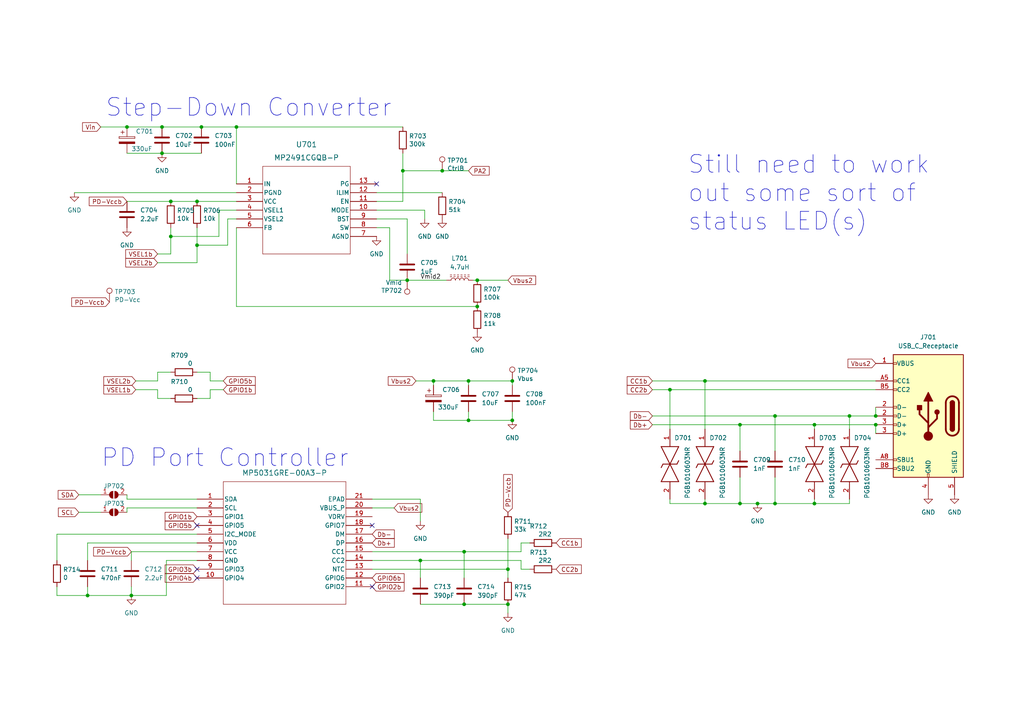
<source format=kicad_sch>
(kicad_sch (version 20211123) (generator eeschema)
  (paper "A4")
  (lib_symbols
    (symbol "Connector:TestPoint" (pin_numbers hide) (pin_names (offset 0.762) hide)
      (property "Reference" "TP" (at 0 6.858 0))
      (property "Value" "TestPoint" (at 0 5.08 0))
      (symbol "TestPoint_0_1"
        (circle (center 0 3.302) (radius 0.762))
      )
      (symbol "TestPoint_1_1"
        (pin passive line (at 0 0 90) (length 2.54) (name "1") (number "1"))
      )
    )
    (symbol "Device:C" (pin_numbers hide) (pin_names (offset 0.254))
      (property "Reference" "C" (at 0.635 2.54 0))
      (property "Value" "C" (at 0.635 -2.54 0))
      (symbol "C_0_1"
        (polyline (pts (xy -2.032 -0.762) (xy 2.032 -0.762)) (stroke (width 0.508)))
        (polyline (pts (xy -2.032 0.762) (xy 2.032 0.762)) (stroke (width 0.508)))
      )
      (symbol "C_1_1"
        (pin passive line (at 0 3.81 270) (length 2.794) (name "~") (number "1"))
        (pin passive line (at 0 -3.81 90) (length 2.794) (name "~") (number "2"))
      )
    )
    (symbol "Device:CP" (pin_numbers hide) (pin_names (offset 0.254))
      (property "Reference" "C" (at 0.635 2.54 0))
      (property "Value" "Device_CP" (at 0.635 -2.54 0))
      (symbol "CP_0_1"
        (rectangle (start -2.286 0.508) (end -2.286 1.016))
        (rectangle (start -2.286 0.508) (end 2.286 0.508))
        (polyline (pts (xy -1.778 2.286) (xy -0.762 2.286)))
        (polyline (pts (xy -1.27 2.794) (xy -1.27 1.778)))
        (rectangle (start 2.286 -0.508) (end -2.286 -1.016) (fill (type outline)))
        (rectangle (start 2.286 1.016) (end -2.286 1.016))
        (rectangle (start 2.286 1.016) (end 2.286 0.508))
      )
      (symbol "CP_1_1"
        (pin passive line (at 0 3.81 270) (length 2.794) (name "~") (number "1"))
        (pin passive line (at 0 -3.81 90) (length 2.794) (name "~") (number "2"))
      )
    )
    (symbol "Device:L_Ferrite" (pin_numbers hide) (pin_names (offset 1.016) hide)
      (property "Reference" "L" (at -1.27 0 90))
      (property "Value" "L_Ferrite" (at 2.794 0 90))
      (symbol "L_Ferrite_0_1"
        (arc (start 0 -2.54) (mid 0.635 -1.905) (end 0 -1.27))
        (arc (start 0 -1.27) (mid 0.635 -0.635) (end 0 0))
        (polyline (pts (xy 1.016 -2.794) (xy 1.016 -2.286)))
        (polyline (pts (xy 1.016 -1.778) (xy 1.016 -1.27)))
        (polyline (pts (xy 1.016 -0.762) (xy 1.016 -0.254)))
        (polyline (pts (xy 1.016 0.254) (xy 1.016 0.762)))
        (polyline (pts (xy 1.016 1.27) (xy 1.016 1.778)))
        (polyline (pts (xy 1.016 2.286) (xy 1.016 2.794)))
        (polyline (pts (xy 1.524 -2.286) (xy 1.524 -2.794)))
        (polyline (pts (xy 1.524 -1.27) (xy 1.524 -1.778)))
        (polyline (pts (xy 1.524 -0.254) (xy 1.524 -0.762)))
        (polyline (pts (xy 1.524 0.762) (xy 1.524 0.254)))
        (polyline (pts (xy 1.524 1.778) (xy 1.524 1.27)))
        (polyline (pts (xy 1.524 2.794) (xy 1.524 2.286)))
        (arc (start 0 0) (mid 0.635 0.635) (end 0 1.27))
        (arc (start 0 1.27) (mid 0.635 1.905) (end 0 2.54))
      )
      (symbol "L_Ferrite_1_1"
        (pin passive line (at 0 3.81 270) (length 1.27) (name "1") (number "1"))
        (pin passive line (at 0 -3.81 90) (length 1.27) (name "2") (number "2"))
      )
    )
    (symbol "Device:R" (pin_numbers hide) (pin_names (offset 0))
      (property "Reference" "R" (at 2.032 0 90))
      (property "Value" "R" (at 0 0 90))
      (symbol "R_0_1"
        (rectangle (start -1.016 -2.54) (end 1.016 2.54) (stroke (width 0.254)))
      )
      (symbol "R_1_1"
        (pin passive line (at 0 3.81 270) (length 1.27) (name "~") (number "1"))
        (pin passive line (at 0 -3.81 90) (length 1.27) (name "~") (number "2"))
      )
    )
    (symbol "Jumper:SolderJumper_2_Open" (pin_names (offset 0) hide)
      (property "Reference" "JP" (at 0 2.032 0))
      (property "Value" "SolderJumper_2_Open" (at 0 -2.54 0))
      (symbol "SolderJumper_2_Open_0_1"
        (arc (start -0.254 1.016) (mid -1.27 0) (end -0.254 -1.016))
        (arc (start -0.254 1.016) (mid -1.27 0) (end -0.254 -1.016) (fill (type outline)))
        (polyline (pts (xy -0.254 1.016) (xy -0.254 -1.016)))
        (polyline (pts (xy 0.254 1.016) (xy 0.254 -1.016)))
        (arc (start 0.254 -1.016) (mid 1.27 0) (end 0.254 1.016))
        (arc (start 0.254 -1.016) (mid 1.27 0) (end 0.254 1.016) (fill (type outline)))
      )
      (symbol "SolderJumper_2_Open_1_1"
        (pin passive line (at -3.81 0 0) (length 2.54) (name "A") (number "1"))
        (pin passive line (at 3.81 0 180) (length 2.54) (name "B") (number "2"))
      )
    )
    (symbol "power:GND" (power) (pin_names (offset 0))
      (property "Value" "GND" (at 0 -3.81 0))
      (symbol "GND_0_1"
        (polyline (pts (xy 0 0) (xy 0 -1.27) (xy 1.27 -1.27) (xy 0 -2.54) (xy -1.27 -1.27) (xy 0 -1.27)))
      )
      (symbol "GND_1_1"
        (pin power_in line (at 0 0 270) (length 0) hide (name "GND") (number "1"))
      )
    )
    (symbol "tinker:MP2491CGQB-P" (pin_names (offset 0.254))
      (property "Reference" "U" (at 20.32 10.16 0))
      (property "Value" "MP2491CGQB-P" (at 20.32 7.62 0))
      (symbol "MP2491CGQB-P_0_1"
        (polyline (pts (xy 7.62 -20.32) (xy 33.02 -20.32)) (stroke (width 0.127)))
        (polyline (pts (xy 7.62 5.08) (xy 7.62 -20.32)) (stroke (width 0.127)))
        (polyline (pts (xy 33.02 -20.32) (xy 33.02 5.08)) (stroke (width 0.127)))
        (polyline (pts (xy 33.02 5.08) (xy 7.62 5.08)) (stroke (width 0.127)))
        (pin power_in line (at 0 0 0) (length 7.62) (name "IN") (number "1"))
        (pin unspecified line (at 40.64 -7.62 180) (length 7.62) (name "MODE") (number "10"))
        (pin unspecified line (at 40.64 -5.08 180) (length 7.62) (name "EN") (number "11"))
        (pin unspecified line (at 40.64 -2.54 180) (length 7.62) (name "ILIM") (number "12"))
        (pin output line (at 40.64 0 180) (length 7.62) (name "PG") (number "13"))
        (pin power_out line (at 0 -2.54 0) (length 7.62) (name "PGND") (number "2"))
        (pin power_in line (at 0 -5.08 0) (length 7.62) (name "VCC") (number "3"))
        (pin unspecified line (at 0 -7.62 0) (length 7.62) (name "VSEL1") (number "4"))
        (pin unspecified line (at 0 -10.16 0) (length 7.62) (name "VSEL2") (number "5"))
        (pin unspecified line (at 0 -12.7 0) (length 7.62) (name "FB") (number "6"))
        (pin power_out line (at 40.64 -15.24 180) (length 7.62) (name "AGND") (number "7"))
        (pin output line (at 40.64 -12.7 180) (length 7.62) (name "SW") (number "8"))
        (pin unspecified line (at 40.64 -10.16 180) (length 7.62) (name "BST") (number "9"))
      )
    )
    (symbol "tinker:MP5031GRE-00A3-P" (pin_names (offset 0.254))
      (property "Reference" "U" (at 25.4 10.16 0))
      (property "Value" "MP5031GRE-00A3-P" (at 25.4 7.62 0))
      (symbol "MP5031GRE-00A3-P_0_1"
        (polyline (pts (xy 7.62 -30.48) (xy 43.18 -30.48)) (stroke (width 0.127)))
        (polyline (pts (xy 7.62 5.08) (xy 7.62 -30.48)) (stroke (width 0.127)))
        (polyline (pts (xy 43.18 -30.48) (xy 43.18 5.08)) (stroke (width 0.127)))
        (polyline (pts (xy 43.18 5.08) (xy 7.62 5.08)) (stroke (width 0.127)))
        (pin bidirectional line (at 0 0 0) (length 7.62) (name "SDA") (number "1"))
        (pin bidirectional line (at 0 -22.86 0) (length 7.62) (name "GPIO4") (number "10"))
        (pin bidirectional line (at 50.8 -25.4 180) (length 7.62) (name "GPIO2") (number "11"))
        (pin bidirectional line (at 50.8 -22.86 180) (length 7.62) (name "GPIO6") (number "12"))
        (pin input line (at 50.8 -20.32 180) (length 7.62) (name "NTC") (number "13"))
        (pin bidirectional line (at 50.8 -17.78 180) (length 7.62) (name "CC2") (number "14"))
        (pin bidirectional line (at 50.8 -15.24 180) (length 7.62) (name "CC1") (number "15"))
        (pin bidirectional line (at 50.8 -12.7 180) (length 7.62) (name "DP") (number "16"))
        (pin bidirectional line (at 50.8 -10.16 180) (length 7.62) (name "DM") (number "17"))
        (pin bidirectional line (at 50.8 -7.62 180) (length 7.62) (name "GPIO7") (number "18"))
        (pin output line (at 50.8 -5.08 180) (length 7.62) (name "VDRV") (number "19"))
        (pin bidirectional line (at 0 -2.54 0) (length 7.62) (name "SCL") (number "2"))
        (pin power_in line (at 50.8 -2.54 180) (length 7.62) (name "VBUS_P") (number "20"))
        (pin power_in line (at 50.8 0 180) (length 7.62) (name "EPAD") (number "21"))
        (pin bidirectional line (at 0 -5.08 0) (length 7.62) (name "GPIO1") (number "3"))
        (pin bidirectional line (at 0 -7.62 0) (length 7.62) (name "GPIO5") (number "4"))
        (pin input line (at 0 -10.16 0) (length 7.62) (name "I2C_MODE") (number "5"))
        (pin power_in line (at 0 -12.7 0) (length 7.62) (name "VDD") (number "6"))
        (pin input line (at 0 -15.24 0) (length 7.62) (name "VCC") (number "7"))
        (pin power_in line (at 0 -17.78 0) (length 7.62) (name "GND") (number "8"))
        (pin bidirectional line (at 0 -20.32 0) (length 7.62) (name "GPIO3") (number "9"))
      )
    )
    (symbol "tinker:PGB1010603NR" (pin_names hide)
      (property "Reference" "D2" (at 2.54 -3.81 90))
      (property "Value" "PGB1010603NR" (at 2.54 3.81 0))
      (symbol "PGB1010603NR_1_1"
        (polyline (pts (xy 5.08 2.54) (xy 5.08 -2.54)) (stroke (width 0.254)))
        (polyline (pts (xy 5.08 2.54) (xy 10.16 0)) (stroke (width 0.254)))
        (polyline (pts (xy 9.144 2.54) (xy 10.16 2.032)) (stroke (width 0.254)))
        (polyline (pts (xy 10.16 -2.032) (xy 10.16 2.032)) (stroke (width 0.254)))
        (polyline (pts (xy 10.16 -2.032) (xy 11.176 -2.54)) (stroke (width 0.254)))
        (polyline (pts (xy 10.16 0) (xy 5.08 -2.54)) (stroke (width 0.254)))
        (polyline (pts (xy 10.16 0) (xy 15.24 -2.54)) (stroke (width 0.254)))
        (polyline (pts (xy 15.24 2.54) (xy 10.16 0)) (stroke (width 0.254)))
        (polyline (pts (xy 15.24 2.54) (xy 15.24 -2.54)) (stroke (width 0.254)))
        (pin passive line (at 0 0 0) (length 5.08) (name "1") (number "1"))
        (pin passive line (at 20.32 0 180) (length 5.08) (name "2") (number "2"))
      )
    )
    (symbol "tinker:USB_C_2.0" (pin_names (offset 1.016))
      (property "Reference" "J" (at -10.16 19.05 0))
      (property "Value" "USB_C_2.0" (at 19.05 19.05 0))
      (symbol "USB_C_2.0_0_0"
        (rectangle (start -0.254 -17.78) (end 0.254 -16.764))
        (rectangle (start 10.16 -14.986) (end 9.144 -15.494))
        (rectangle (start 10.16 -12.446) (end 9.144 -12.954))
        (rectangle (start 10.16 -4.826) (end 9.144 -5.334))
        (rectangle (start 10.16 -2.286) (end 9.144 -2.794))
        (rectangle (start 10.16 0.254) (end 9.144 -0.254))
        (rectangle (start 10.16 2.794) (end 9.144 2.286))
        (rectangle (start 10.16 7.874) (end 9.144 7.366))
        (rectangle (start 10.16 10.414) (end 9.144 9.906))
        (rectangle (start 10.16 15.494) (end 9.144 14.986))
      )
      (symbol "USB_C_2.0_0_1"
        (rectangle (start -10.16 17.78) (end 10.16 -17.78) (stroke (width 0.254)) (fill (type background)))
        (arc (start -8.89 -3.81) (mid -6.985 -5.715) (end -5.08 -3.81) (stroke (width 0.508)))
        (arc (start -7.62 -3.81) (mid -6.985 -4.445) (end -6.35 -3.81) (stroke (width 0.254)))
        (arc (start -7.62 -3.81) (mid -6.985 -4.445) (end -6.35 -3.81) (stroke (width 0.254)) (fill (type outline)))
        (rectangle (start -7.62 -3.81) (end -6.35 3.81) (stroke (width 0.254)) (fill (type outline)))
        (arc (start -6.35 3.81) (mid -6.985 4.445) (end -7.62 3.81) (stroke (width 0.254)))
        (arc (start -6.35 3.81) (mid -6.985 4.445) (end -7.62 3.81) (stroke (width 0.254)) (fill (type outline)))
        (arc (start -5.08 3.81) (mid -6.985 5.715) (end -8.89 3.81) (stroke (width 0.508)))
        (circle (center -2.54 1.143) (radius 0.635) (stroke (width 0.254)) (fill (type outline)))
        (circle (center 0 -5.842) (radius 1.27) (fill (type outline)))
        (polyline (pts (xy -8.89 -3.81) (xy -8.89 3.81)) (stroke (width 0.508)))
        (polyline (pts (xy -5.08 3.81) (xy -5.08 -3.81)) (stroke (width 0.508)))
        (polyline (pts (xy 0 -5.842) (xy 0 4.318)) (stroke (width 0.508)))
        (polyline (pts (xy 0 -3.302) (xy -2.54 -0.762) (xy -2.54 0.508)) (stroke (width 0.508)))
        (polyline (pts (xy 0 -2.032) (xy 2.54 0.508) (xy 2.54 1.778)) (stroke (width 0.508)))
        (polyline (pts (xy -1.27 4.318) (xy 0 6.858) (xy 1.27 4.318) (xy -1.27 4.318)) (stroke (width 0.254)) (fill (type outline)))
        (rectangle (start 1.905 1.778) (end 3.175 3.048) (stroke (width 0.254)) (fill (type outline)))
      )
      (symbol "USB_C_2.0_1_1"
        (pin passive line (at 15.24 15.24 180) (length 5.08) (name "VBUS") (number "1"))
        (pin bidirectional line (at 15.24 0 180) (length 5.08) (name "D-") (number "2"))
        (pin bidirectional line (at 15.24 2.54 180) (length 5.08) (name "D-") (number "2"))
        (pin bidirectional line (at 15.24 -5.08 180) (length 5.08) (name "D+") (number "3"))
        (pin bidirectional line (at 15.24 -2.54 180) (length 5.08) (name "D+") (number "3"))
        (pin passive line (at 0 -22.86 90) (length 5.08) (name "GND") (number "4"))
        (pin passive line (at -7.62 -22.86 90) (length 5.08) (name "SHIELD") (number "5"))
        (pin bidirectional line (at 15.24 10.16 180) (length 5.08) (name "CC1") (number "A5"))
        (pin bidirectional line (at 15.24 -12.7 180) (length 5.08) (name "SBU1") (number "A8"))
        (pin bidirectional line (at 15.24 7.62 180) (length 5.08) (name "CC2") (number "B5"))
        (pin bidirectional line (at 15.24 -15.24 180) (length 5.08) (name "SBU2") (number "B8"))
      )
    )
  )
  (junction (at 46.99 36.83))
  (junction (at 224.79 120.65))
  (junction (at 116.84 49.53))
  (junction (at 128.27 49.53))
  (junction (at 147.32 175.26))
  (junction (at 219.71 146.05))
  (junction (at 36.83 36.83))
  (junction (at 46.99 44.45))
  (junction (at 49.53 58.42))
  (junction (at 236.22 123.19))
  (junction (at 38.1 172.72))
  (junction (at 135.89 121.92))
  (junction (at 254 120.65))
  (junction (at 118.11 81.28))
  (junction (at 58.42 36.83))
  (junction (at 134.62 175.26))
  (junction (at 138.43 81.28))
  (junction (at 214.63 123.19))
  (junction (at 236.22 146.05))
  (junction (at 148.59 121.92))
  (junction (at 138.43 88.9))
  (junction (at 147.32 165.1))
  (junction (at 25.4 172.72))
  (junction (at 204.47 146.05))
  (junction (at 125.73 110.49))
  (junction (at 135.89 110.49))
  (junction (at 57.15 58.42))
  (junction (at 134.62 160.02))
  (junction (at 57.15 71.12))
  (junction (at 214.63 146.05))
  (junction (at 49.53 68.58))
  (junction (at 246.38 120.65))
  (junction (at 68.58 36.83))
  (junction (at 121.92 162.56))
  (junction (at 148.59 110.49))
  (junction (at 224.79 146.05))
  (junction (at 254 123.19))
  (junction (at 194.31 113.03))
  (junction (at 204.47 110.49))
  (no_connect (at 57.15 165.1))
  (no_connect (at 57.15 167.64))
  (no_connect (at 107.95 170.18))
  (no_connect (at 107.95 152.4))
  (no_connect (at 57.15 152.4))
  (no_connect (at 109.22 53.34))
  (wire (pts (xy 45.72 115.57) (xy 49.53 115.57)))
  (wire (pts (xy 60.96 107.95) (xy 57.15 107.95)))
  (wire (pts (xy 57.15 160.02) (xy 38.1 160.02)))
  (wire (pts (xy 63.5 60.96) (xy 63.5 68.58)))
  (wire (pts (xy 151.13 160.02) (xy 134.62 160.02)))
  (wire (pts (xy 116.84 58.42) (xy 116.84 49.53)))
  (wire (pts (xy 189.23 113.03) (xy 194.31 113.03)))
  (wire (pts (xy 68.58 66.04) (xy 68.58 88.9)))
  (wire (pts (xy 236.22 123.19) (xy 236.22 124.46)))
  (wire (pts (xy 68.58 36.83) (xy 68.58 53.34)))
  (wire (pts (xy 36.83 144.78) (xy 36.83 143.51)))
  (wire (pts (xy 107.95 165.1) (xy 147.32 165.1)))
  (wire (pts (xy 121.92 144.78) (xy 121.92 151.13)))
  (wire (pts (xy 236.22 123.19) (xy 254 123.19)))
  (wire (pts (xy 189.23 120.65) (xy 224.79 120.65)))
  (wire (pts (xy 113.03 81.28) (xy 118.11 81.28)))
  (wire (pts (xy 57.15 144.78) (xy 36.83 144.78)))
  (wire (pts (xy 60.96 113.03) (xy 60.96 115.57)))
  (wire (pts (xy 151.13 165.1) (xy 151.13 162.56)))
  (wire (pts (xy 153.67 157.48) (xy 151.13 157.48)))
  (wire (pts (xy 21.59 55.88) (xy 68.58 55.88)))
  (wire (pts (xy 125.73 119.38) (xy 125.73 121.92)))
  (wire (pts (xy 16.51 172.72) (xy 25.4 172.72)))
  (wire (pts (xy 147.32 177.8) (xy 147.32 175.26)))
  (wire (pts (xy 214.63 138.43) (xy 214.63 146.05)))
  (wire (pts (xy 36.83 58.42) (xy 49.53 58.42)))
  (wire (pts (xy 49.53 68.58) (xy 63.5 68.58)))
  (wire (pts (xy 38.1 160.02) (xy 38.1 162.56)))
  (wire (pts (xy 148.59 110.49) (xy 135.89 110.49)))
  (wire (pts (xy 121.92 167.64) (xy 121.92 162.56)))
  (wire (pts (xy 109.22 58.42) (xy 116.84 58.42)))
  (wire (pts (xy 128.27 49.53) (xy 135.89 49.53)))
  (wire (pts (xy 189.23 110.49) (xy 204.47 110.49)))
  (wire (pts (xy 60.96 115.57) (xy 57.15 115.57)))
  (wire (pts (xy 116.84 49.53) (xy 128.27 49.53)))
  (wire (pts (xy 45.72 113.03) (xy 45.72 115.57)))
  (wire (pts (xy 151.13 157.48) (xy 151.13 160.02)))
  (wire (pts (xy 224.79 120.65) (xy 246.38 120.65)))
  (wire (pts (xy 57.15 154.94) (xy 16.51 154.94)))
  (wire (pts (xy 25.4 172.72) (xy 25.4 170.18)))
  (wire (pts (xy 57.15 157.48) (xy 25.4 157.48)))
  (wire (pts (xy 204.47 110.49) (xy 254 110.49)))
  (wire (pts (xy 246.38 120.65) (xy 246.38 124.46)))
  (wire (pts (xy 204.47 146.05) (xy 214.63 146.05)))
  (wire (pts (xy 116.84 49.53) (xy 116.84 44.45)))
  (wire (pts (xy 16.51 154.94) (xy 16.51 162.56)))
  (wire (pts (xy 16.51 170.18) (xy 16.51 172.72)))
  (wire (pts (xy 236.22 146.05) (xy 224.79 146.05)))
  (wire (pts (xy 134.62 160.02) (xy 134.62 167.64)))
  (wire (pts (xy 135.89 111.76) (xy 135.89 110.49)))
  (wire (pts (xy 64.77 113.03) (xy 60.96 113.03)))
  (wire (pts (xy 214.63 123.19) (xy 236.22 123.19)))
  (wire (pts (xy 107.95 144.78) (xy 121.92 144.78)))
  (wire (pts (xy 45.72 76.2) (xy 57.15 76.2)))
  (wire (pts (xy 153.67 165.1) (xy 151.13 165.1)))
  (wire (pts (xy 151.13 162.56) (xy 121.92 162.56)))
  (wire (pts (xy 113.03 66.04) (xy 113.03 81.28)))
  (wire (pts (xy 48.26 162.56) (xy 48.26 172.72)))
  (wire (pts (xy 57.15 147.32) (xy 36.83 147.32)))
  (wire (pts (xy 66.04 63.5) (xy 66.04 71.12)))
  (wire (pts (xy 204.47 144.78) (xy 204.47 146.05)))
  (wire (pts (xy 125.73 121.92) (xy 135.89 121.92)))
  (wire (pts (xy 57.15 58.42) (xy 68.58 58.42)))
  (wire (pts (xy 29.21 36.83) (xy 36.83 36.83)))
  (wire (pts (xy 36.83 36.83) (xy 46.99 36.83)))
  (wire (pts (xy 57.15 71.12) (xy 57.15 76.2)))
  (wire (pts (xy 118.11 81.28) (xy 129.54 81.28)))
  (wire (pts (xy 39.37 110.49) (xy 45.72 110.49)))
  (wire (pts (xy 148.59 119.38) (xy 148.59 121.92)))
  (wire (pts (xy 109.22 55.88) (xy 128.27 55.88)))
  (wire (pts (xy 137.16 81.28) (xy 138.43 81.28)))
  (wire (pts (xy 22.86 148.59) (xy 29.21 148.59)))
  (wire (pts (xy 49.53 58.42) (xy 57.15 58.42)))
  (wire (pts (xy 39.37 113.03) (xy 45.72 113.03)))
  (wire (pts (xy 246.38 144.78) (xy 246.38 146.05)))
  (wire (pts (xy 138.43 81.28) (xy 147.32 81.28)))
  (wire (pts (xy 60.96 110.49) (xy 60.96 107.95)))
  (wire (pts (xy 214.63 123.19) (xy 214.63 130.81)))
  (wire (pts (xy 107.95 147.32) (xy 114.3 147.32)))
  (wire (pts (xy 254 118.11) (xy 254 120.65)))
  (wire (pts (xy 224.79 120.65) (xy 224.79 130.81)))
  (wire (pts (xy 49.53 68.58) (xy 49.53 66.04)))
  (wire (pts (xy 57.15 71.12) (xy 57.15 66.04)))
  (wire (pts (xy 125.73 110.49) (xy 120.65 110.49)))
  (wire (pts (xy 224.79 146.05) (xy 219.71 146.05)))
  (wire (pts (xy 148.59 111.76) (xy 148.59 110.49)))
  (wire (pts (xy 45.72 110.49) (xy 45.72 107.95)))
  (wire (pts (xy 123.19 60.96) (xy 123.19 63.5)))
  (wire (pts (xy 189.23 123.19) (xy 214.63 123.19)))
  (wire (pts (xy 194.31 113.03) (xy 254 113.03)))
  (wire (pts (xy 36.83 44.45) (xy 46.99 44.45)))
  (wire (pts (xy 214.63 146.05) (xy 219.71 146.05)))
  (wire (pts (xy 116.84 36.83) (xy 68.58 36.83)))
  (wire (pts (xy 254 123.19) (xy 254 125.73)))
  (wire (pts (xy 48.26 172.72) (xy 38.1 172.72)))
  (wire (pts (xy 64.77 110.49) (xy 60.96 110.49)))
  (wire (pts (xy 38.1 172.72) (xy 25.4 172.72)))
  (wire (pts (xy 58.42 36.83) (xy 68.58 36.83)))
  (wire (pts (xy 57.15 162.56) (xy 48.26 162.56)))
  (wire (pts (xy 135.89 110.49) (xy 125.73 110.49)))
  (wire (pts (xy 125.73 111.76) (xy 125.73 110.49)))
  (wire (pts (xy 147.32 156.21) (xy 147.32 165.1)))
  (wire (pts (xy 68.58 63.5) (xy 66.04 63.5)))
  (wire (pts (xy 194.31 113.03) (xy 194.31 124.46)))
  (wire (pts (xy 147.32 167.64) (xy 147.32 165.1)))
  (wire (pts (xy 46.99 44.45) (xy 58.42 44.45)))
  (wire (pts (xy 22.86 143.51) (xy 29.21 143.51)))
  (wire (pts (xy 66.04 71.12) (xy 57.15 71.12)))
  (wire (pts (xy 236.22 144.78) (xy 236.22 146.05)))
  (wire (pts (xy 109.22 66.04) (xy 113.03 66.04)))
  (wire (pts (xy 25.4 157.48) (xy 25.4 162.56)))
  (wire (pts (xy 224.79 138.43) (xy 224.79 146.05)))
  (wire (pts (xy 118.11 73.66) (xy 118.11 63.5)))
  (wire (pts (xy 49.53 68.58) (xy 49.53 73.66)))
  (wire (pts (xy 68.58 88.9) (xy 138.43 88.9)))
  (wire (pts (xy 135.89 121.92) (xy 148.59 121.92)))
  (wire (pts (xy 107.95 160.02) (xy 134.62 160.02)))
  (wire (pts (xy 118.11 63.5) (xy 109.22 63.5)))
  (wire (pts (xy 204.47 110.49) (xy 204.47 124.46)))
  (wire (pts (xy 246.38 146.05) (xy 236.22 146.05)))
  (wire (pts (xy 246.38 120.65) (xy 254 120.65)))
  (wire (pts (xy 36.83 147.32) (xy 36.83 148.59)))
  (wire (pts (xy 38.1 170.18) (xy 38.1 172.72)))
  (wire (pts (xy 68.58 60.96) (xy 63.5 60.96)))
  (wire (pts (xy 135.89 119.38) (xy 135.89 121.92)))
  (wire (pts (xy 45.72 73.66) (xy 49.53 73.66)))
  (wire (pts (xy 121.92 175.26) (xy 134.62 175.26)))
  (wire (pts (xy 194.31 146.05) (xy 204.47 146.05)))
  (wire (pts (xy 194.31 144.78) (xy 194.31 146.05)))
  (wire (pts (xy 45.72 107.95) (xy 49.53 107.95)))
  (wire (pts (xy 107.95 162.56) (xy 121.92 162.56)))
  (wire (pts (xy 109.22 60.96) (xy 123.19 60.96)))
  (wire (pts (xy 46.99 36.83) (xy 58.42 36.83)))
  (wire (pts (xy 134.62 175.26) (xy 147.32 175.26)))
  (text "PD Port Controller" (at 29.21 135.89 0) (effects (font (size 5.12 5.12)) (justify left bottom)))
  (text "Still need to work\nout some sort of\nstatus LED(s)" (at 199.39 67.31 0) (effects (font (size 5.12 5.12)) (justify left bottom)))
  (text "Step-Down Converter" (at 30.48 34.29 0) (effects (font (size 5.12 5.12)) (justify left bottom)))
  (label "Vmid2" (at 121.92 81.28 0))
  (global_label "Db+" (shape input) (at 107.95 157.48 0) (property "Intersheet References" "${INTERSHEET_REFS}" (effects hide)))
  (global_label "PD-Vccb" (shape input) (at 36.83 58.42 180) (property "Intersheet References" "${INTERSHEET_REFS}" (effects hide)))
  (global_label "VSEL1b" (shape input) (at 39.37 113.03 180) (property "Intersheet References" "${INTERSHEET_REFS}" (effects hide)))
  (global_label "GPIO1b" (shape input) (at 64.77 113.03 0) (property "Intersheet References" "${INTERSHEET_REFS}" (effects hide)))
  (global_label "Vbus2" (shape input) (at 114.3 147.32 0) (property "Intersheet References" "${INTERSHEET_REFS}" (effects hide)))
  (global_label "GPIO5b" (shape input) (at 57.15 152.4 180) (property "Intersheet References" "${INTERSHEET_REFS}" (effects hide)))
  (global_label "CC2b" (shape input) (at 189.23 113.03 180) (property "Intersheet References" "${INTERSHEET_REFS}" (effects hide)))
  (global_label "PD-Vccb" (shape input) (at 38.1 160.02 180) (property "Intersheet References" "${INTERSHEET_REFS}" (effects hide)))
  (global_label "Db-" (shape input) (at 189.23 120.65 180) (property "Intersheet References" "${INTERSHEET_REFS}" (effects hide)))
  (global_label "PA2" (shape input) (at 135.89 49.53 0) (property "Intersheet References" "${INTERSHEET_REFS}" (effects hide)))
  (global_label "Vin" (shape input) (at 29.21 36.83 180) (property "Intersheet References" "${INTERSHEET_REFS}" (effects hide)))
  (global_label "Db-" (shape input) (at 107.95 154.94 0) (property "Intersheet References" "${INTERSHEET_REFS}" (effects hide)))
  (global_label "GPIO5b" (shape input) (at 64.77 110.49 0) (property "Intersheet References" "${INTERSHEET_REFS}" (effects hide)))
  (global_label "Db+" (shape input) (at 189.23 123.19 180) (property "Intersheet References" "${INTERSHEET_REFS}" (effects hide)))
  (global_label "GPIO6b" (shape input) (at 107.95 167.64 0) (property "Intersheet References" "${INTERSHEET_REFS}" (effects hide)))
  (global_label "Vbus2" (shape input) (at 147.32 81.28 0) (property "Intersheet References" "${INTERSHEET_REFS}" (effects hide)))
  (global_label "CC1b" (shape input) (at 189.23 110.49 180) (property "Intersheet References" "${INTERSHEET_REFS}" (effects hide)))
  (global_label "GPIO3b" (shape input) (at 57.15 165.1 180) (property "Intersheet References" "${INTERSHEET_REFS}" (effects hide)))
  (global_label "GPIO1b" (shape input) (at 57.15 149.86 180) (property "Intersheet References" "${INTERSHEET_REFS}" (effects hide)))
  (global_label "PD-Vccb" (shape input) (at 31.75 87.63 180) (property "Intersheet References" "${INTERSHEET_REFS}" (effects hide)))
  (global_label "CC2b" (shape input) (at 161.29 165.1 0) (property "Intersheet References" "${INTERSHEET_REFS}" (effects hide)))
  (global_label "GPIO2b" (shape input) (at 107.95 170.18 0) (property "Intersheet References" "${INTERSHEET_REFS}" (effects hide)))
  (global_label "Vbus2" (shape input) (at 120.65 110.49 180) (property "Intersheet References" "${INTERSHEET_REFS}" (effects hide)))
  (global_label "GPIO4b" (shape input) (at 57.15 167.64 180) (property "Intersheet References" "${INTERSHEET_REFS}" (effects hide)))
  (global_label "VSEL1b" (shape input) (at 45.72 73.66 180) (property "Intersheet References" "${INTERSHEET_REFS}" (effects hide)))
  (global_label "CC1b" (shape input) (at 161.29 157.48 0) (property "Intersheet References" "${INTERSHEET_REFS}" (effects hide)))
  (global_label "SDA" (shape input) (at 22.86 143.51 180) (property "Intersheet References" "${INTERSHEET_REFS}" (effects hide)))
  (global_label "VSEL2b" (shape input) (at 45.72 76.2 180) (property "Intersheet References" "${INTERSHEET_REFS}" (effects hide)))
  (global_label "VSEL2b" (shape input) (at 39.37 110.49 180) (property "Intersheet References" "${INTERSHEET_REFS}" (effects hide)))
  (global_label "Vbus2" (shape input) (at 254 105.41 180) (property "Intersheet References" "${INTERSHEET_REFS}" (effects hide)))
  (global_label "PD-Vccb" (shape input) (at 147.32 148.59 90) (property "Intersheet References" "${INTERSHEET_REFS}" (effects hide)))
  (global_label "SCL" (shape input) (at 22.86 148.59 180) (property "Intersheet References" "${INTERSHEET_REFS}" (effects hide)))
  (symbol (lib_id "Device:R") (at 53.34 115.57 90) (unit 1)
    (property "Reference" "R710" (at 54.61 110.7186 90) (effects (justify left)))
    (property "Value" "0" (at 55.88 113.03 90) (effects (justify left)))
    (property "Footprint" "Resistor_SMD:R_0603_1608Metric" (effects hide))
  )
  (symbol (lib_id "Device:C") (at 135.89 115.57 0) (unit 1)
    (property "Reference" "C707" (at 139.7 114.2999 0) (effects (justify left)))
    (property "Value" "10uF" (at 139.7 116.8399 0) (effects (justify left)))
    (property "Footprint" "Capacitor_SMD:C_1206_3216Metric" (effects hide))
  )
  (symbol (lib_id "Device:R") (at 138.43 85.09 0) (unit 1)
    (property "Reference" "R707" (at 140.208 83.9216 0) (effects (justify left)))
    (property "Value" "100k" (at 140.208 86.233 0) (effects (justify left)))
    (property "Footprint" "Resistor_SMD:R_0603_1608Metric" (effects hide))
  )
  (symbol (lib_id "Jumper:SolderJumper_2_Open") (at 33.02 148.59 0) (unit 1)
    (property "Reference" "JP703" (at 33.02 146.05 0))
    (property "Value" "SolderJumper_2_Open" (effects hide))
    (property "Footprint" "Jumper:SolderJumper-2_P1.3mm_Open_RoundedPad1.0x1.5mm" (effects hide))
  )
  (symbol (lib_id "Device:C") (at 38.1 166.37 0) (unit 1)
    (property "Reference" "C712" (at 41.91 165.0999 0) (effects (justify left)))
    (property "Value" "2.2uF" (at 41.91 167.6399 0) (effects (justify left)))
    (property "Footprint" "Capacitor_SMD:C_0603_1608Metric" (effects hide))
  )
  (symbol (lib_id "Device:R") (at 57.15 62.23 0) (unit 1)
    (property "Reference" "R706" (at 58.928 61.0616 0) (effects (justify left)))
    (property "Value" "10k" (at 58.928 63.373 0) (effects (justify left)))
    (property "Footprint" "Resistor_SMD:R_0603_1608Metric" (effects hide))
  )
  (symbol (lib_id "tinker:PGB1010603NR") (at 204.47 124.46 270) (unit 1)
    (property "Reference" "D702" (at 205.74 127 90) (effects (justify left)))
    (property "Value" "PGB1010603NR" (at 209.55 129.54 0) (effects (justify left)))
    (property "Footprint" "tinker:PGB1010603NRHF" (effects hide))
    (property "Reference_1" "D" (effects hide))
    (property "Value_1" "PGB1010603NR" (effects hide))
    (property "Footprint_1" "PGB1010603NRHF" (effects hide))
    (property "Datasheet_1" "https://www.littelfuse.com/data/en/data_sheets/littelfuse_pulseguard-esd_pgb1.pdf" (effects hide))
    (property "Height" "0.36" (effects hide))
    (property "Manufacturer_Name" "LITTELFUSE" (effects hide))
    (property "Manufacturer_Part_Number" "PGB1010603NR" (effects hide))
    (property "Mouser Part Number" "576-PGB1010603NR" (effects hide))
    (property "Mouser Price/Stock" "https://www.mouser.co.uk/ProductDetail/Littelfuse/PGB1010603NR?qs=gu7KAQ731UTJOoBJUwB8FA%3D%3D" (effects hide))
    (property "Arrow Part Number" "PGB1010603NR" (effects hide))
    (property "Arrow Price/Stock" "https://www.arrow.com/en/products/pgb1010603nr/littelfuse?region=nac" (effects hide))
  )
  (symbol (lib_id "power:GND") (at 276.86 143.51 0) (unit 1)
    (property "Reference" "#PWR0710" (effects hide))
    (property "Value" "GND" (at 276.86 148.59 0))
  )
  (symbol (lib_id "Device:L_Ferrite") (at 133.35 81.28 90) (unit 1)
    (property "Reference" "L701" (at 133.35 74.93 90))
    (property "Value" "4.7uH" (at 133.35 77.47 90))
    (property "Footprint" "tinker:IND-SMD_L7.1-W6.6" (effects hide))
    (property "LCSC" "C2983090" (effects hide))
  )
  (symbol (lib_id "Device:C") (at 224.79 134.62 0) (unit 1)
    (property "Reference" "C710" (at 228.6 133.3499 0) (effects (justify left)))
    (property "Value" "1nF" (at 228.6 135.8899 0) (effects (justify left)))
    (property "Footprint" "Capacitor_SMD:C_0603_1608Metric" (effects hide))
  )
  (symbol (lib_id "Device:C") (at 36.83 62.23 0) (unit 1)
    (property "Reference" "C704" (at 40.64 60.9599 0) (effects (justify left)))
    (property "Value" "2.2uF" (at 40.64 63.4999 0) (effects (justify left)))
    (property "Footprint" "Capacitor_SMD:C_0603_1608Metric" (effects hide))
  )
  (symbol (lib_id "Device:R") (at 157.48 157.48 90) (unit 1)
    (property "Reference" "R712" (at 158.75 152.6286 90) (effects (justify left)))
    (property "Value" "2R2" (at 160.02 154.94 90) (effects (justify left)))
    (property "Footprint" "Resistor_SMD:R_0603_1608Metric" (effects hide))
  )
  (symbol (lib_id "Device:C") (at 25.4 166.37 0) (unit 1)
    (property "Reference" "C711" (at 29.21 165.0999 0) (effects (justify left)))
    (property "Value" "470nF" (at 29.21 167.6399 0) (effects (justify left)))
    (property "Footprint" "Capacitor_SMD:C_0603_1608Metric" (effects hide))
  )
  (symbol (lib_id "power:GND") (at 109.22 68.58 0) (unit 1)
    (property "Reference" "#PWR0706" (effects hide))
    (property "Value" "GND" (at 109.22 73.66 0))
  )
  (symbol (lib_id "Device:C") (at 121.92 171.45 0) (unit 1)
    (property "Reference" "C713" (at 125.73 170.1799 0) (effects (justify left)))
    (property "Value" "390pF" (at 125.73 172.7199 0) (effects (justify left)))
    (property "Footprint" "Capacitor_SMD:C_0603_1608Metric" (effects hide))
  )
  (symbol (lib_id "Device:R") (at 128.27 59.69 0) (unit 1)
    (property "Reference" "R704" (at 130.048 58.5216 0) (effects (justify left)))
    (property "Value" "51k" (at 130.048 60.833 0) (effects (justify left)))
    (property "Footprint" "Resistor_SMD:R_0603_1608Metric" (effects hide))
  )
  (symbol (lib_id "Jumper:SolderJumper_2_Open") (at 33.02 143.51 0) (unit 1)
    (property "Reference" "JP702" (at 33.02 140.97 0))
    (property "Value" "SolderJumper_2_Open" (effects hide))
    (property "Footprint" "Jumper:SolderJumper-2_P1.3mm_Open_RoundedPad1.0x1.5mm" (effects hide))
  )
  (symbol (lib_id "power:GND") (at 148.59 121.92 0) (unit 1)
    (property "Reference" "#PWR0708" (effects hide))
    (property "Value" "GND" (at 148.59 127 0))
  )
  (symbol (lib_id "tinker:MP5031GRE-00A3-P") (at 57.15 144.78 0) (unit 1)
    (property "Reference" "U702" (at 369.57 -21.59 0) (effects (font (size 1.524 1.524))))
    (property "Value" "MP5031GRE-00A3-P" (at 82.55 137.16 0) (effects (font (size 1.524 1.524))))
    (property "Footprint" "tinker:QFN-20_MP5031_MNP" (effects hide))
    (property "Datasheet" "MP5031GRE-00A3-P" (effects hide))
  )
  (symbol (lib_id "Device:R") (at 138.43 92.71 0) (unit 1)
    (property "Reference" "R708" (at 140.208 91.5416 0) (effects (justify left)))
    (property "Value" "11k" (at 140.208 93.853 0) (effects (justify left)))
    (property "Footprint" "Resistor_SMD:R_0603_1608Metric" (effects hide))
  )
  (symbol (lib_id "power:GND") (at 46.99 44.45 0) (unit 1)
    (property "Reference" "#PWR0701" (effects hide))
    (property "Value" "GND" (at 46.99 49.53 0))
  )
  (symbol (lib_id "power:GND") (at 121.92 151.13 0) (unit 1)
    (property "Reference" "#PWR0712" (effects hide))
    (property "Value" "GND" (at 121.92 156.21 0))
  )
  (symbol (lib_id "Device:C") (at 148.59 115.57 0) (unit 1)
    (property "Reference" "C708" (at 152.4 114.2999 0) (effects (justify left)))
    (property "Value" "100nF" (at 152.4 116.8399 0) (effects (justify left)))
    (property "Footprint" "Capacitor_SMD:C_0603_1608Metric" (effects hide))
  )
  (symbol (lib_id "power:GND") (at 219.71 146.05 0) (unit 1)
    (property "Reference" "#PWR0711" (effects hide))
    (property "Value" "GND" (at 219.71 151.13 0))
  )
  (symbol (lib_id "Device:R") (at 16.51 166.37 0) (unit 1)
    (property "Reference" "R714" (at 18.288 165.2016 0) (effects (justify left)))
    (property "Value" "0" (at 18.288 167.513 0) (effects (justify left)))
    (property "Footprint" "Resistor_SMD:R_0603_1608Metric" (effects hide))
  )
  (symbol (lib_id "power:GND") (at 38.1 172.72 0) (unit 1)
    (property "Reference" "#PWR0713" (effects hide))
    (property "Value" "GND" (at 38.1 177.8 0))
  )
  (symbol (lib_id "tinker:PGB1010603NR") (at 246.38 124.46 270) (unit 1)
    (property "Reference" "D704" (at 247.65 127 90) (effects (justify left)))
    (property "Value" "PGB1010603NR" (at 251.46 129.54 0) (effects (justify left)))
    (property "Footprint" "tinker:PGB1010603NRHF" (effects hide))
    (property "Reference_1" "D" (effects hide))
    (property "Value_1" "PGB1010603NR" (effects hide))
    (property "Footprint_1" "PGB1010603NRHF" (effects hide))
    (property "Datasheet_1" "https://www.littelfuse.com/data/en/data_sheets/littelfuse_pulseguard-esd_pgb1.pdf" (effects hide))
    (property "Height" "0.36" (effects hide))
    (property "Manufacturer_Name" "LITTELFUSE" (effects hide))
    (property "Manufacturer_Part_Number" "PGB1010603NR" (effects hide))
    (property "Mouser Part Number" "576-PGB1010603NR" (effects hide))
    (property "Mouser Price/Stock" "https://www.mouser.co.uk/ProductDetail/Littelfuse/PGB1010603NR?qs=gu7KAQ731UTJOoBJUwB8FA%3D%3D" (effects hide))
    (property "Arrow Part Number" "PGB1010603NR" (effects hide))
    (property "Arrow Price/Stock" "https://www.arrow.com/en/products/pgb1010603nr/littelfuse?region=nac" (effects hide))
  )
  (symbol (lib_id "Device:CP") (at 36.83 40.64 0) (unit 1) (in_bom no) (on_board no)
    (property "Reference" "C701" (at 39.37 38.1 0) (effects (justify left)))
    (property "Value" "330uF" (at 38.1 43.18 0) (effects (justify left)))
    (property "Footprint" "Capacitor_SMD:CP_Elec_10x7.7" (effects hide))
  )
  (symbol (lib_id "Device:R") (at 157.48 165.1 90) (unit 1)
    (property "Reference" "R713" (at 158.75 160.2486 90) (effects (justify left)))
    (property "Value" "2R2" (at 160.02 162.56 90) (effects (justify left)))
    (property "Footprint" "Resistor_SMD:R_0603_1608Metric" (effects hide))
  )
  (symbol (lib_id "Device:R") (at 147.32 171.45 0) (unit 1)
    (property "Reference" "R715" (at 149.098 170.2816 0) (effects (justify left)))
    (property "Value" "47k" (at 149.098 172.593 0) (effects (justify left)))
    (property "Footprint" "Resistor_SMD:R_0603_1608Metric" (effects hide))
  )
  (symbol (lib_id "Device:C") (at 134.62 171.45 0) (unit 1)
    (property "Reference" "C714" (at 138.43 170.1799 0) (effects (justify left)))
    (property "Value" "390pF" (at 138.43 172.7199 0) (effects (justify left)))
    (property "Footprint" "Capacitor_SMD:C_0603_1608Metric" (effects hide))
  )
  (symbol (lib_id "Connector:TestPoint") (at 148.59 110.49 0) (unit 1)
    (property "Reference" "TP704" (at 150.0632 107.4928 0) (effects (justify left)))
    (property "Value" "Vbus" (at 150.0632 109.8042 0) (effects (justify left)))
    (property "Footprint" "tinker:TestPoint_THTPad_D1.0mm_Drill0.5mm" (effects hide))
  )
  (symbol (lib_id "Device:C") (at 58.42 40.64 0) (unit 1) (in_bom no) (on_board no)
    (property "Reference" "C703" (at 62.23 39.3699 0) (effects (justify left)))
    (property "Value" "100nF" (at 62.23 41.9099 0) (effects (justify left)))
    (property "Footprint" "Capacitor_SMD:C_0603_1608Metric" (effects hide))
  )
  (symbol (lib_id "Device:R") (at 147.32 152.4 0) (unit 1)
    (property "Reference" "R711" (at 149.098 151.2316 0) (effects (justify left)))
    (property "Value" "33k" (at 149.098 153.543 0) (effects (justify left)))
    (property "Footprint" "Resistor_SMD:R_0603_1608Metric" (effects hide))
  )
  (symbol (lib_id "tinker:MP2491CGQB-P") (at 68.58 53.34 0) (unit 1)
    (property "Reference" "U701" (at 88.9 41.91 0) (effects (font (size 1.524 1.524))))
    (property "Value" "MP2491CGQB-P" (at 88.9 45.72 0) (effects (font (size 1.524 1.524))))
    (property "Footprint" "tinker:QFN-13_2p5MMx3MM_MNP" (effects hide))
    (property "Datasheet" "MP2491CGQB-P" (effects hide))
    (property "LCSC" "C3187970" (effects hide))
  )
  (symbol (lib_id "power:GND") (at 21.59 55.88 0) (unit 1)
    (property "Reference" "#PWR0702" (effects hide))
    (property "Value" "GND" (at 21.59 60.96 0))
  )
  (symbol (lib_id "tinker:PGB1010603NR") (at 194.31 124.46 270) (unit 1)
    (property "Reference" "D701" (at 195.58 127 90) (effects (justify left)))
    (property "Value" "PGB1010603NR" (at 199.39 129.54 0) (effects (justify left)))
    (property "Footprint" "tinker:PGB1010603NRHF" (effects hide))
    (property "Reference_1" "D" (effects hide))
    (property "Value_1" "PGB1010603NR" (effects hide))
    (property "Footprint_1" "PGB1010603NRHF" (effects hide))
    (property "Datasheet_1" "https://www.littelfuse.com/data/en/data_sheets/littelfuse_pulseguard-esd_pgb1.pdf" (effects hide))
    (property "Height" "0.36" (effects hide))
    (property "Manufacturer_Name" "LITTELFUSE" (effects hide))
    (property "Manufacturer_Part_Number" "PGB1010603NR" (effects hide))
    (property "Mouser Part Number" "576-PGB1010603NR" (effects hide))
    (property "Mouser Price/Stock" "https://www.mouser.co.uk/ProductDetail/Littelfuse/PGB1010603NR?qs=gu7KAQ731UTJOoBJUwB8FA%3D%3D" (effects hide))
    (property "Arrow Part Number" "PGB1010603NR" (effects hide))
    (property "Arrow Price/Stock" "https://www.arrow.com/en/products/pgb1010603nr/littelfuse?region=nac" (effects hide))
  )
  (symbol (lib_id "Device:R") (at 49.53 62.23 0) (unit 1)
    (property "Reference" "R705" (at 51.308 61.0616 0) (effects (justify left)))
    (property "Value" "10k" (at 51.308 63.373 0) (effects (justify left)))
    (property "Footprint" "Resistor_SMD:R_0603_1608Metric" (effects hide))
  )
  (symbol (lib_id "Device:C") (at 214.63 134.62 0) (unit 1)
    (property "Reference" "C709" (at 218.44 133.3499 0) (effects (justify left)))
    (property "Value" "1nF" (at 218.44 135.8899 0) (effects (justify left)))
    (property "Footprint" "Capacitor_SMD:C_0603_1608Metric" (effects hide))
  )
  (symbol (lib_id "power:GND") (at 138.43 96.52 0) (unit 1)
    (property "Reference" "#PWR0707" (effects hide))
    (property "Value" "GND" (at 138.43 101.6 0))
  )
  (symbol (lib_id "Device:R") (at 53.34 107.95 90) (unit 1)
    (property "Reference" "R709" (at 54.61 103.0986 90) (effects (justify left)))
    (property "Value" "0" (at 55.88 105.41 90) (effects (justify left)))
    (property "Footprint" "Resistor_SMD:R_0603_1608Metric" (effects hide))
  )
  (symbol (lib_id "tinker:USB_C_2.0") (at 269.24 120.65 0) (mirror y) (unit 1)
    (property "Reference" "J701" (at 269.24 97.79 0))
    (property "Value" "USB_C_Receptacle" (at 269.24 100.33 0))
    (property "Footprint" "tinker:USB_C" (effects hide))
    (property "Datasheet" "https://www.usb.org/sites/default/files/documents/usb_type-c.zip" (effects hide))
  )
  (symbol (lib_id "power:GND") (at 123.19 63.5 0) (unit 1)
    (property "Reference" "#PWR0703" (effects hide))
    (property "Value" "GND" (at 123.19 68.58 0))
  )
  (symbol (lib_id "power:GND") (at 269.24 143.51 0) (unit 1)
    (property "Reference" "#PWR0709" (effects hide))
    (property "Value" "GND" (at 269.24 148.59 0))
  )
  (symbol (lib_id "power:GND") (at 147.32 177.8 0) (unit 1)
    (property "Reference" "#PWR0714" (effects hide))
    (property "Value" "GND" (at 147.32 182.88 0))
  )
  (symbol (lib_id "Device:C") (at 118.11 77.47 0) (unit 1)
    (property "Reference" "C705" (at 121.92 76.1999 0) (effects (justify left)))
    (property "Value" "1uF" (at 121.92 78.7399 0) (effects (justify left)))
    (property "Footprint" "Capacitor_SMD:C_0603_1608Metric" (effects hide))
  )
  (symbol (lib_id "Device:R") (at 116.84 40.64 0) (unit 1)
    (property "Reference" "R703" (at 118.618 39.4716 0) (effects (justify left)))
    (property "Value" "300k" (at 118.618 41.783 0) (effects (justify left)))
    (property "Footprint" "Resistor_SMD:R_0603_1608Metric" (effects hide))
  )
  (symbol (lib_id "Connector:TestPoint") (at 128.27 49.53 0) (unit 1)
    (property "Reference" "TP701" (at 129.7432 46.5328 0) (effects (justify left)))
    (property "Value" "CtrlB" (at 129.7432 48.8442 0) (effects (justify left)))
    (property "Footprint" "tinker:TestPoint_THTPad_D1.0mm_Drill0.5mm" (effects hide))
  )
  (symbol (lib_id "Connector:TestPoint") (at 31.75 87.63 0) (unit 1)
    (property "Reference" "TP703" (at 33.2232 84.6328 0) (effects (justify left)))
    (property "Value" "PD-Vcc" (at 33.2232 86.9442 0) (effects (justify left)))
    (property "Footprint" "tinker:TestPoint_THTPad_D1.0mm_Drill0.5mm" (effects hide))
  )
  (symbol (lib_id "Device:CP") (at 125.73 115.57 0) (unit 1)
    (property "Reference" "C706" (at 128.27 113.03 0) (effects (justify left)))
    (property "Value" "330uF" (at 127 118.11 0) (effects (justify left)))
    (property "Footprint" "Capacitor_SMD:CP_Elec_10x7.7" (effects hide))
  )
  (symbol (lib_id "Connector:TestPoint") (at 118.11 81.28 180) (unit 1)
    (property "Reference" "TP702" (at 116.6368 84.2772 0) (effects (justify left)))
    (property "Value" "Vmid" (at 116.6368 81.9658 0) (effects (justify left)))
    (property "Footprint" "tinker:TestPoint_THTPad_D1.0mm_Drill0.5mm" (effects hide))
  )
  (symbol (lib_id "power:GND") (at 128.27 63.5 0) (unit 1)
    (property "Reference" "#PWR0704" (effects hide))
    (property "Value" "GND" (at 128.27 68.58 0))
  )
  (symbol (lib_id "tinker:PGB1010603NR") (at 236.22 124.46 270) (unit 1)
    (property "Reference" "D703" (at 237.49 127 90) (effects (justify left)))
    (property "Value" "PGB1010603NR" (at 241.3 129.54 0) (effects (justify left)))
    (property "Footprint" "tinker:PGB1010603NRHF" (effects hide))
    (property "Reference_1" "D" (effects hide))
    (property "Value_1" "PGB1010603NR" (effects hide))
    (property "Footprint_1" "PGB1010603NRHF" (effects hide))
    (property "Datasheet_1" "https://www.littelfuse.com/data/en/data_sheets/littelfuse_pulseguard-esd_pgb1.pdf" (effects hide))
    (property "Height" "0.36" (effects hide))
    (property "Manufacturer_Name" "LITTELFUSE" (effects hide))
    (property "Manufacturer_Part_Number" "PGB1010603NR" (effects hide))
    (property "Mouser Part Number" "576-PGB1010603NR" (effects hide))
    (property "Mouser Price/Stock" "https://www.mouser.co.uk/ProductDetail/Littelfuse/PGB1010603NR?qs=gu7KAQ731UTJOoBJUwB8FA%3D%3D" (effects hide))
    (property "Arrow Part Number" "PGB1010603NR" (effects hide))
    (property "Arrow Price/Stock" "https://www.arrow.com/en/products/pgb1010603nr/littelfuse?region=nac" (effects hide))
  )
  (symbol (lib_id "Device:C") (at 46.99 40.64 0) (unit 1) (in_bom no) (on_board no)
    (property "Reference" "C702" (at 50.8 39.3699 0) (effects (justify left)))
    (property "Value" "10uF" (at 50.8 41.9099 0) (effects (justify left)))
    (property "Footprint" "Capacitor_SMD:C_1206_3216Metric" (effects hide))
  )
  (symbol (lib_id "power:GND") (at 36.83 66.04 0) (unit 1)
    (property "Reference" "#PWR0705" (effects hide))
    (property "Value" "GND" (at 36.83 71.12 0))
  )
)
</source>
